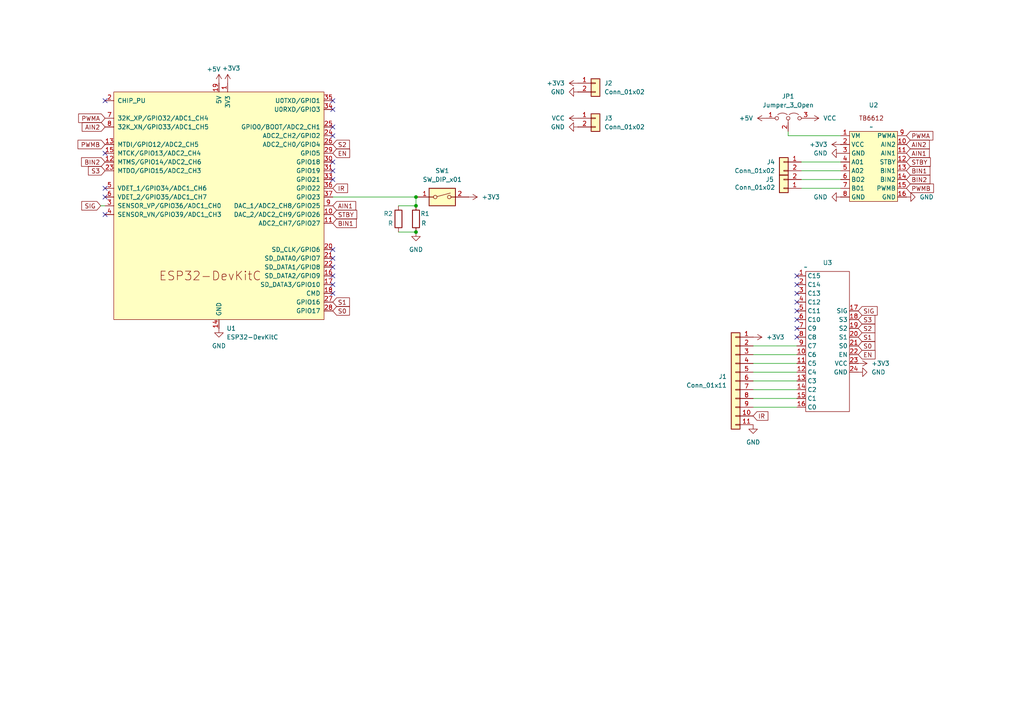
<source format=kicad_sch>
(kicad_sch (version 20231120) (generator "eeschema") (generator_version "8.0")
  (paper "A4")
  (lib_symbols
    (symbol "Connector_Generic:Conn_01x02" (pin_names (offset 1.016) hide)
      (property "Reference" "J" (at 0 2.54 0))
      (property "Value" "Conn_01x02" (at 0 -5.08 0))
      (symbol "Conn_01x02_1_1"
        (rectangle (start -1.27 -2.413) (end 0 -2.667) (stroke (width 0.1524)))
        (rectangle (start -1.27 0.127) (end 0 -0.127) (stroke (width 0.1524)))
        (rectangle (start -1.27 1.27) (end 1.27 -3.81) (stroke (width 0.254)) (fill (type background)))
        (pin passive line (at -5.08 0 0) (length 3.81) (name "Pin_1") (number "1"))
        (pin passive line (at -5.08 -2.54 0) (length 3.81) (name "Pin_2") (number "2"))
      )
    )
    (symbol "Connector_Generic:Conn_01x11" (pin_names (offset 1.016) hide)
      (property "Reference" "J" (at 0 15.24 0))
      (property "Value" "Conn_01x11" (at 0 -15.24 0))
      (symbol "Conn_01x11_1_1"
        (rectangle (start -1.27 -12.573) (end 0 -12.827) (stroke (width 0.1524)))
        (rectangle (start -1.27 -10.033) (end 0 -10.287) (stroke (width 0.1524)))
        (rectangle (start -1.27 -7.493) (end 0 -7.747) (stroke (width 0.1524)))
        (rectangle (start -1.27 -4.953) (end 0 -5.207) (stroke (width 0.1524)))
        (rectangle (start -1.27 -2.413) (end 0 -2.667) (stroke (width 0.1524)))
        (rectangle (start -1.27 0.127) (end 0 -0.127) (stroke (width 0.1524)))
        (rectangle (start -1.27 2.667) (end 0 2.413) (stroke (width 0.1524)))
        (rectangle (start -1.27 5.207) (end 0 4.953) (stroke (width 0.1524)))
        (rectangle (start -1.27 7.747) (end 0 7.493) (stroke (width 0.1524)))
        (rectangle (start -1.27 10.287) (end 0 10.033) (stroke (width 0.1524)))
        (rectangle (start -1.27 12.827) (end 0 12.573) (stroke (width 0.1524)))
        (rectangle (start -1.27 13.97) (end 1.27 -13.97) (stroke (width 0.254)) (fill (type background)))
        (pin passive line (at -5.08 12.7 0) (length 3.81) (name "Pin_1") (number "1"))
        (pin passive line (at -5.08 -10.16 0) (length 3.81) (name "Pin_10") (number "10"))
        (pin passive line (at -5.08 -12.7 0) (length 3.81) (name "Pin_11") (number "11"))
        (pin passive line (at -5.08 10.16 0) (length 3.81) (name "Pin_2") (number "2"))
        (pin passive line (at -5.08 7.62 0) (length 3.81) (name "Pin_3") (number "3"))
        (pin passive line (at -5.08 5.08 0) (length 3.81) (name "Pin_4") (number "4"))
        (pin passive line (at -5.08 2.54 0) (length 3.81) (name "Pin_5") (number "5"))
        (pin passive line (at -5.08 0 0) (length 3.81) (name "Pin_6") (number "6"))
        (pin passive line (at -5.08 -2.54 0) (length 3.81) (name "Pin_7") (number "7"))
        (pin passive line (at -5.08 -5.08 0) (length 3.81) (name "Pin_8") (number "8"))
        (pin passive line (at -5.08 -7.62 0) (length 3.81) (name "Pin_9") (number "9"))
      )
    )
    (symbol "Device:R" (pin_numbers hide) (pin_names (offset 0))
      (property "Reference" "R" (at 2.032 0 90))
      (property "Value" "R" (at 0 0 90))
      (symbol "R_0_1"
        (rectangle (start -1.016 -2.54) (end 1.016 2.54) (stroke (width 0.254)))
      )
      (symbol "R_1_1"
        (pin passive line (at 0 3.81 270) (length 1.27) (name "~") (number "1"))
        (pin passive line (at 0 -3.81 90) (length 1.27) (name "~") (number "2"))
      )
    )
    (symbol "Jumper:Jumper_3_Open" (pin_names (offset 0) hide)
      (property "Reference" "JP" (at -2.54 -2.54 0))
      (property "Value" "Jumper_3_Open" (at 0 2.794 0))
      (symbol "Jumper_3_Open_0_0"
        (circle (center -3.302 0) (radius 0.508))
        (circle (center 0 0) (radius 0.508))
        (circle (center 3.302 0) (radius 0.508))
      )
      (symbol "Jumper_3_Open_0_1"
        (arc (start -0.254 1.016) (mid -1.651 1.4992) (end -3.048 1.016))
        (polyline (pts (xy 0 -0.508) (xy 0 -1.27)))
        (arc (start 3.048 1.016) (mid 1.651 1.4992) (end 0.254 1.016))
      )
      (symbol "Jumper_3_Open_1_1"
        (pin passive line (at -6.35 0 0) (length 2.54) (name "A") (number "1"))
        (pin passive line (at 0 -3.81 90) (length 2.54) (name "C") (number "2"))
        (pin passive line (at 6.35 0 180) (length 2.54) (name "B") (number "3"))
      )
    )
    (symbol "PCM_Espressif:ESP32-DevKitC" (pin_names (offset 1.016))
      (property "Reference" "U" (at -30.48 38.1 0))
      (property "Value" "ESP32-DevKitC" (at -30.48 35.56 0))
      (symbol "ESP32-DevKitC_0_0"
        (text "ESP32-DevKitC" (at -2.54 -20.32 0) (effects (font (size 2.54 2.54))))
        (pin power_in line (at 0 -35.56 90) (length 2.54) (name "GND") (number "14"))
        (pin power_in line (at 0 35.56 270) (length 2.54) (name "5V") (number "19"))
      )
      (symbol "ESP32-DevKitC_0_1"
        (rectangle (start -30.48 33.02) (end 30.48 -33.02) (fill (type background)))
      )
      (symbol "ESP32-DevKitC_1_1"
        (pin power_in line (at 2.54 35.56 270) (length 2.54) (name "3V3") (number "1"))
        (pin bidirectional line (at 33.02 -2.54 180) (length 2.54) (name "DAC_2/ADC2_CH9/GPIO26") (number "10"))
        (pin bidirectional line (at 33.02 -5.08 180) (length 2.54) (name "ADC2_CH7/GPIO27") (number "11"))
        (pin bidirectional line (at -33.02 12.7 0) (length 2.54) (name "MTMS/GPIO14/ADC2_CH6") (number "12"))
        (pin bidirectional line (at -33.02 17.78 0) (length 2.54) (name "MTDI/GPIO12/ADC2_CH5") (number "13"))
        (pin bidirectional line (at -33.02 15.24 0) (length 2.54) (name "MTCK/GPIO13/ADC2_CH4") (number "15"))
        (pin bidirectional line (at 33.02 -20.32 180) (length 2.54) (name "SD_DATA2/GPIO9") (number "16"))
        (pin bidirectional line (at 33.02 -22.86 180) (length 2.54) (name "SD_DATA3/GPIO10") (number "17"))
        (pin bidirectional line (at 33.02 -25.4 180) (length 2.54) (name "CMD") (number "18"))
        (pin input line (at -33.02 30.48 0) (length 2.54) (name "CHIP_PU") (number "2"))
        (pin bidirectional line (at 33.02 -12.7 180) (length 2.54) (name "SD_CLK/GPIO6") (number "20"))
        (pin bidirectional line (at 33.02 -15.24 180) (length 2.54) (name "SD_DATA0/GPIO7") (number "21"))
        (pin bidirectional line (at 33.02 -17.78 180) (length 2.54) (name "SD_DATA1/GPIO8") (number "22"))
        (pin bidirectional line (at -33.02 10.16 0) (length 2.54) (name "MTDO/GPIO15/ADC2_CH3") (number "23"))
        (pin bidirectional line (at 33.02 20.32 180) (length 2.54) (name "ADC2_CH2/GPIO2") (number "24"))
        (pin bidirectional line (at 33.02 22.86 180) (length 2.54) (name "GPIO0/BOOT/ADC2_CH1") (number "25"))
        (pin bidirectional line (at 33.02 17.78 180) (length 2.54) (name "ADC2_CH0/GPIO4") (number "26"))
        (pin bidirectional line (at 33.02 -27.94 180) (length 2.54) (name "GPIO16") (number "27"))
        (pin bidirectional line (at 33.02 -30.48 180) (length 2.54) (name "GPIO17") (number "28"))
        (pin bidirectional line (at 33.02 15.24 180) (length 2.54) (name "GPIO5") (number "29"))
        (pin input line (at -33.02 0 0) (length 2.54) (name "SENSOR_VP/GPIO36/ADC1_CH0") (number "3"))
        (pin bidirectional line (at 33.02 12.7 180) (length 2.54) (name "GPIO18") (number "30"))
        (pin bidirectional line (at 33.02 10.16 180) (length 2.54) (name "GPIO19") (number "31"))
        (pin passive line (at 0 -35.56 90) (length 2.54) hide (name "GND") (number "32"))
        (pin bidirectional line (at 33.02 7.62 180) (length 2.54) (name "GPIO21") (number "33"))
        (pin bidirectional line (at 33.02 27.94 180) (length 2.54) (name "U0RXD/GPIO3") (number "34"))
        (pin bidirectional line (at 33.02 30.48 180) (length 2.54) (name "U0TXD/GPIO1") (number "35"))
        (pin bidirectional line (at 33.02 5.08 180) (length 2.54) (name "GPIO22") (number "36"))
        (pin bidirectional line (at 33.02 2.54 180) (length 2.54) (name "GPIO23") (number "37"))
        (pin passive line (at 0 -35.56 90) (length 2.54) hide (name "GND") (number "38"))
        (pin input line (at -33.02 -2.54 0) (length 2.54) (name "SENSOR_VN/GPIO39/ADC1_CH3") (number "4"))
        (pin input line (at -33.02 5.08 0) (length 2.54) (name "VDET_1/GPIO34/ADC1_CH6") (number "5"))
        (pin input line (at -33.02 2.54 0) (length 2.54) (name "VDET_2/GPIO35/ADC1_CH7") (number "6"))
        (pin bidirectional line (at -33.02 25.4 0) (length 2.54) (name "32K_XP/GPIO32/ADC1_CH4") (number "7"))
        (pin bidirectional line (at -33.02 22.86 0) (length 2.54) (name "32K_XN/GPIO33/ADC1_CH5") (number "8"))
        (pin bidirectional line (at 33.02 0 180) (length 2.54) (name "DAC_1/ADC2_CH8/GPIO25") (number "9"))
      )
    )
    (symbol "Switch:SW_DIP_x01" (pin_names (offset 0) hide)
      (property "Reference" "SW" (at 0 3.81 0))
      (property "Value" "SW_DIP_x01" (at 0 -3.81 0))
      (symbol "SW_DIP_x01_0_0"
        (circle (center -2.032 0) (radius 0.508))
        (polyline (pts (xy -1.524 0.127) (xy 2.3622 1.1684)))
        (circle (center 2.032 0) (radius 0.508))
      )
      (symbol "SW_DIP_x01_0_1"
        (rectangle (start -3.81 2.54) (end 3.81 -2.54) (stroke (width 0.254)) (fill (type background)))
      )
      (symbol "SW_DIP_x01_1_1"
        (pin passive line (at -7.62 0 0) (length 5.08) (name "~") (number "1"))
        (pin passive line (at 7.62 0 180) (length 5.08) (name "~") (number "2"))
      )
    )
    (symbol "power:+3V3" (power) (pin_numbers hide) (pin_names (offset 0) hide)
      (property "Value" "+3V3" (at 0 3.556 0))
      (symbol "+3V3_0_1"
        (polyline (pts (xy -0.762 1.27) (xy 0 2.54)))
        (polyline (pts (xy 0 0) (xy 0 2.54)))
        (polyline (pts (xy 0 2.54) (xy 0.762 1.27)))
      )
      (symbol "+3V3_1_1"
        (pin power_in line (at 0 0 90) (length 0) (name "~") (number "1"))
      )
    )
    (symbol "power:+5V" (power) (pin_numbers hide) (pin_names (offset 0) hide)
      (property "Value" "+5V" (at 0 3.556 0))
      (symbol "+5V_0_1"
        (polyline (pts (xy -0.762 1.27) (xy 0 2.54)))
        (polyline (pts (xy 0 0) (xy 0 2.54)))
        (polyline (pts (xy 0 2.54) (xy 0.762 1.27)))
      )
      (symbol "+5V_1_1"
        (pin power_in line (at 0 0 90) (length 0) (name "~") (number "1"))
      )
    )
    (symbol "power:GND" (power) (pin_numbers hide) (pin_names (offset 0) hide)
      (property "Value" "GND" (at 0 -3.81 0))
      (symbol "GND_0_1"
        (polyline (pts (xy 0 0) (xy 0 -1.27) (xy 1.27 -1.27) (xy 0 -2.54) (xy -1.27 -1.27) (xy 0 -1.27)))
      )
      (symbol "GND_1_1"
        (pin power_in line (at 0 0 270) (length 0) (name "~") (number "1"))
      )
    )
    (symbol "power:VCC" (power) (pin_numbers hide) (pin_names (offset 0) hide)
      (property "Value" "VCC" (at 0 3.556 0))
      (symbol "VCC_0_1"
        (polyline (pts (xy -0.762 1.27) (xy 0 2.54)))
        (polyline (pts (xy 0 0) (xy 0 2.54)))
        (polyline (pts (xy 0 2.54) (xy 0.762 1.27)))
      )
      (symbol "VCC_1_1"
        (pin power_in line (at 0 0 90) (length 0) (name "~") (number "1"))
      )
    )
    (symbol "wiki:CD74HC4067"
      (property "Reference" "U" (at 0 20.32 0))
      (symbol "CD74HC4067_0_1"
        (rectangle (start -6.35 19.05) (end 6.35 -21.59))
      )
      (symbol "CD74HC4067_1_0"
        (pin input line (at -8.89 17.78 0) (length 2.54) (name "C15") (number "1"))
        (pin input line (at -8.89 -5.08 0) (length 2.54) (name "C6") (number "10"))
        (pin input line (at -8.89 -7.62 0) (length 2.54) (name "C5") (number "11"))
        (pin input line (at -8.89 -10.16 0) (length 2.54) (name "C4") (number "12"))
        (pin input line (at -8.89 -12.7 0) (length 2.54) (name "C3") (number "13"))
        (pin input line (at -8.89 -15.24 0) (length 2.54) (name "C2") (number "14"))
        (pin input line (at -8.89 -17.78 0) (length 2.54) (name "C1") (number "15"))
        (pin input line (at -8.89 -20.32 0) (length 2.54) (name "C0") (number "16"))
        (pin output line (at 8.89 7.62 180) (length 2.54) (name "SIG") (number "17"))
        (pin input line (at 8.89 5.08 180) (length 2.54) (name "S3") (number "18"))
        (pin input line (at 8.89 2.54 180) (length 2.54) (name "S2") (number "19"))
        (pin input line (at -8.89 15.24 0) (length 2.54) (name "C14") (number "2"))
        (pin input line (at 8.89 0 180) (length 2.54) (name "S1") (number "20"))
        (pin input line (at 8.89 -2.54 180) (length 2.54) (name "S0") (number "21"))
        (pin input line (at 8.89 -5.08 180) (length 2.54) (name "EN") (number "22"))
        (pin power_in line (at 8.89 -7.62 180) (length 2.54) (name "VCC") (number "23"))
        (pin input line (at 8.89 -10.16 180) (length 2.54) (name "GND") (number "24"))
        (pin input line (at -8.89 12.7 0) (length 2.54) (name "C13") (number "3"))
        (pin input line (at -8.89 10.16 0) (length 2.54) (name "C12") (number "4"))
        (pin input line (at -8.89 7.62 0) (length 2.54) (name "C11") (number "5"))
        (pin input line (at -8.89 5.08 0) (length 2.54) (name "C10") (number "6"))
        (pin input line (at -8.89 2.54 0) (length 2.54) (name "C9") (number "7"))
        (pin input line (at -8.89 0 0) (length 2.54) (name "C8") (number "8"))
        (pin input line (at -8.89 -2.54 0) (length 2.54) (name "C7") (number "9"))
      )
    )
    (symbol "wiki:TB6612"
      (property "Reference" "U" (at 0 0 0))
      (symbol "TB6612_1_0"
        (pin input line (at -8.89 -2.54 0) (length 2.54) (name "VM") (number "1"))
        (pin input line (at 10.16 -5.08 180) (length 2.54) (name "AIN2") (number "10"))
        (pin input line (at 10.16 -7.62 180) (length 2.54) (name "AIN1") (number "11"))
        (pin input line (at 10.16 -10.16 180) (length 2.54) (name "STBY") (number "12"))
        (pin input line (at 10.16 -12.7 180) (length 2.54) (name "BIN1") (number "13"))
        (pin input line (at 10.16 -15.24 180) (length 2.54) (name "BIN2") (number "14"))
        (pin input line (at 10.16 -17.78 180) (length 2.54) (name "PWMB") (number "15"))
        (pin input line (at 10.16 -20.32 180) (length 2.54) (name "GND") (number "16"))
        (pin input line (at -8.89 -5.08 0) (length 2.54) (name "VCC") (number "2"))
        (pin input line (at -8.89 -7.62 0) (length 2.54) (name "GND") (number "3"))
        (pin output line (at -8.89 -10.16 0) (length 2.54) (name "A01") (number "4"))
        (pin output line (at -8.89 -12.7 0) (length 2.54) (name "A02") (number "5"))
        (pin output line (at -8.89 -15.24 0) (length 2.54) (name "BO2") (number "6"))
        (pin output line (at -8.89 -17.78 0) (length 2.54) (name "B01") (number "7"))
        (pin input line (at -8.89 -20.32 0) (length 2.54) (name "GND") (number "8"))
        (pin input line (at 10.16 -2.54 180) (length 2.54) (name "PWMA") (number "9"))
      )
      (symbol "TB6612_1_1"
        (rectangle (start -6.35 -1.27) (end 7.62 -21.59) (fill (type background)))
        (text "TB6612" (at 0 2.54 0) (effects (font (size 1.27 1.27))))
      )
    )
  )
  (junction (at 120.65 57.15))
  (junction (at 120.65 67.31))
  (junction (at 120.65 59.69))
  (no_connect (at 96.52 46.99))
  (no_connect (at 96.52 31.75))
  (no_connect (at 96.52 85.09))
  (no_connect (at 96.52 52.07))
  (no_connect (at 231.14 85.09))
  (no_connect (at 231.14 95.25))
  (no_connect (at 96.52 77.47))
  (no_connect (at 231.14 87.63))
  (no_connect (at 30.48 54.61))
  (no_connect (at 231.14 90.17))
  (no_connect (at 96.52 39.37))
  (no_connect (at 96.52 82.55))
  (no_connect (at 231.14 97.79))
  (no_connect (at 30.48 62.23))
  (no_connect (at 96.52 72.39))
  (no_connect (at 30.48 44.45))
  (no_connect (at 96.52 80.01))
  (no_connect (at 30.48 29.21))
  (no_connect (at 231.14 92.71))
  (no_connect (at 96.52 49.53))
  (no_connect (at 96.52 36.83))
  (no_connect (at 231.14 80.01))
  (no_connect (at 231.14 82.55))
  (no_connect (at 96.52 74.93))
  (no_connect (at 30.48 57.15))
  (no_connect (at 96.52 29.21))
  (wire (pts (xy 218.44 110.49) (xy 231.14 110.49)))
  (wire (pts (xy 218.44 118.11) (xy 231.14 118.11)))
  (wire (pts (xy 232.41 46.99) (xy 243.84 46.99)))
  (wire (pts (xy 218.44 102.87) (xy 231.14 102.87)))
  (wire (pts (xy 243.84 39.37) (xy 228.6 39.37)))
  (wire (pts (xy 120.65 57.15) (xy 120.65 59.69)))
  (wire (pts (xy 29.21 59.69) (xy 30.48 59.69)))
  (wire (pts (xy 218.44 100.33) (xy 231.14 100.33)))
  (wire (pts (xy 228.6 39.37) (xy 228.6 38.1)))
  (wire (pts (xy 115.57 67.31) (xy 120.65 67.31)))
  (wire (pts (xy 218.44 105.41) (xy 231.14 105.41)))
  (wire (pts (xy 232.41 49.53) (xy 243.84 49.53)))
  (wire (pts (xy 218.44 107.95) (xy 231.14 107.95)))
  (wire (pts (xy 232.41 54.61) (xy 243.84 54.61)))
  (wire (pts (xy 96.52 57.15) (xy 120.65 57.15)))
  (wire (pts (xy 218.44 115.57) (xy 231.14 115.57)))
  (wire (pts (xy 115.57 59.69) (xy 120.65 59.69)))
  (wire (pts (xy 232.41 52.07) (xy 243.84 52.07)))
  (wire (pts (xy 218.44 113.03) (xy 231.14 113.03)))
  (global_label "PWMB" (shape input) (at 30.48 41.91 180) (property "Intersheetrefs" "${INTERSHEET_REFS}" (effects (hide yes))))
  (global_label "IR" (shape input) (at 218.44 120.65 0) (property "Intersheetrefs" "${INTERSHEET_REFS}" (effects (hide yes))))
  (global_label "S3" (shape input) (at 30.48 49.53 180) (property "Intersheetrefs" "${INTERSHEET_REFS}" (effects (hide yes))))
  (global_label "AIN1" (shape input) (at 262.89 44.45 0) (property "Intersheetrefs" "${INTERSHEET_REFS}" (effects (hide yes))))
  (global_label "BIN2" (shape input) (at 30.48 46.99 180) (property "Intersheetrefs" "${INTERSHEET_REFS}" (effects (hide yes))))
  (global_label "S1" (shape input) (at 248.92 97.79 0) (property "Intersheetrefs" "${INTERSHEET_REFS}" (effects (hide yes))))
  (global_label "EN" (shape input) (at 96.52 44.45 0) (property "Intersheetrefs" "${INTERSHEET_REFS}" (effects (hide yes))))
  (global_label "IR" (shape input) (at 96.52 54.61 0) (property "Intersheetrefs" "${INTERSHEET_REFS}" (effects (hide yes))))
  (global_label "S0" (shape input) (at 96.52 90.17 0) (property "Intersheetrefs" "${INTERSHEET_REFS}" (effects (hide yes))))
  (global_label "BIN1" (shape input) (at 96.52 64.77 0) (property "Intersheetrefs" "${INTERSHEET_REFS}" (effects (hide yes))))
  (global_label "AIN2" (shape input) (at 262.89 41.91 0) (property "Intersheetrefs" "${INTERSHEET_REFS}" (effects (hide yes))))
  (global_label "SIG" (shape input) (at 29.21 59.69 180) (property "Intersheetrefs" "${INTERSHEET_REFS}" (effects (hide yes))))
  (global_label "STBY" (shape input) (at 262.89 46.99 0) (property "Intersheetrefs" "${INTERSHEET_REFS}" (effects (hide yes))))
  (global_label "SIG" (shape input) (at 248.92 90.17 0) (property "Intersheetrefs" "${INTERSHEET_REFS}" (effects (hide yes))))
  (global_label "BIN2" (shape input) (at 262.89 52.07 0) (property "Intersheetrefs" "${INTERSHEET_REFS}" (effects (hide yes))))
  (global_label "PWMA" (shape input) (at 30.48 34.29 180) (property "Intersheetrefs" "${INTERSHEET_REFS}" (effects (hide yes))))
  (global_label "AIN2" (shape input) (at 30.48 36.83 180) (property "Intersheetrefs" "${INTERSHEET_REFS}" (effects (hide yes))))
  (global_label "S1" (shape input) (at 96.52 87.63 0) (property "Intersheetrefs" "${INTERSHEET_REFS}" (effects (hide yes))))
  (global_label "S3" (shape input) (at 248.92 92.71 0) (property "Intersheetrefs" "${INTERSHEET_REFS}" (effects (hide yes))))
  (global_label "AIN1" (shape input) (at 96.52 59.69 0) (property "Intersheetrefs" "${INTERSHEET_REFS}" (effects (hide yes))))
  (global_label "PWMB" (shape input) (at 262.89 54.61 0) (property "Intersheetrefs" "${INTERSHEET_REFS}" (effects (hide yes))))
  (global_label "S2" (shape input) (at 248.92 95.25 0) (property "Intersheetrefs" "${INTERSHEET_REFS}" (effects (hide yes))))
  (global_label "S0" (shape input) (at 248.92 100.33 0) (property "Intersheetrefs" "${INTERSHEET_REFS}" (effects (hide yes))))
  (global_label "BIN1" (shape input) (at 262.89 49.53 0) (property "Intersheetrefs" "${INTERSHEET_REFS}" (effects (hide yes))))
  (global_label "S2" (shape input) (at 96.52 41.91 0) (property "Intersheetrefs" "${INTERSHEET_REFS}" (effects (hide yes))))
  (global_label "PWMA" (shape input) (at 262.89 39.37 0) (property "Intersheetrefs" "${INTERSHEET_REFS}" (effects (hide yes))))
  (global_label "STBY" (shape input) (at 96.52 62.23 0) (property "Intersheetrefs" "${INTERSHEET_REFS}" (effects (hide yes))))
  (global_label "EN" (shape input) (at 248.92 102.87 0) (property "Intersheetrefs" "${INTERSHEET_REFS}" (effects (hide yes))))
  (symbol (lib_id "power:+3V3") (at 243.84 41.91 90) (unit 1)
    (property "Reference" "#PWR02" (effects (hide yes)))
    (property "Value" "+3V3" (at 240.03 41.9099 90) (effects (justify left)))
    (property "Description" "Power symbol creates a global label with name \"+3V3\"" (effects (hide yes)))
  )
  (symbol (lib_id "power:GND") (at 167.64 26.67 270) (unit 1)
    (property "Reference" "#PWR015" (effects (hide yes)))
    (property "Value" "GND" (at 163.83 26.6699 90) (effects (justify right)))
    (property "Description" "Power symbol creates a global label with name \"GND\" , ground" (effects (hide yes)))
  )
  (symbol (lib_id "power:GND") (at 248.92 107.95 90) (unit 1)
    (property "Reference" "#PWR08" (effects (hide yes)))
    (property "Value" "GND" (at 252.73 107.9499 90) (effects (justify right)))
    (property "Description" "Power symbol creates a global label with name \"GND\" , ground" (effects (hide yes)))
  )
  (symbol (lib_id "power:GND") (at 63.5 95.25 0) (unit 1)
    (property "Reference" "#PWR04" (effects (hide yes)))
    (property "Value" "GND" (at 63.5 100.33 0))
    (property "Description" "Power symbol creates a global label with name \"GND\" , ground" (effects (hide yes)))
  )
  (symbol (lib_id "Connector_Generic:Conn_01x02") (at 227.33 54.61 180) (unit 1)
    (property "Reference" "J5" (at 223.266 52.07 0))
    (property "Value" "Conn_01x02" (at 218.948 54.356 0))
    (property "Footprint" "Connector_JST:JST_PH_B2B-PH-K_1x02_P2.00mm_Vertical" (effects (hide yes)))
    (property "Description" "Generic connector, single row, 01x02, script generated (kicad-library-utils/schlib/autogen/connector/)" (effects (hide yes)))
  )
  (symbol (lib_id "power:+3V3") (at 66.04 24.13 0) (unit 1)
    (property "Reference" "#PWR01" (effects (hide yes)))
    (property "Value" "+3V3" (at 67.056 19.812 0))
    (property "Description" "Power symbol creates a global label with name \"+3V3\"" (effects (hide yes)))
  )
  (symbol (lib_id "power:GND") (at 262.89 57.15 90) (unit 1)
    (property "Reference" "#PWR07" (effects (hide yes)))
    (property "Value" "GND" (at 266.7 57.1499 90) (effects (justify right)))
    (property "Description" "Power symbol creates a global label with name \"GND\" , ground" (effects (hide yes)))
  )
  (symbol (lib_id "wiki:CD74HC4067") (at 240.03 97.79 0) (unit 1)
    (property "Reference" "U3" (at 240.03 76.2 0))
    (property "Value" "~" (at 233.68 77.47 0))
    (property "Footprint" "wiki:CD74HC4067" (effects (hide yes)))
  )
  (symbol (lib_id "Connector_Generic:Conn_01x11") (at 213.36 110.49 0) (mirror y) (unit 1)
    (property "Reference" "J1" (at 210.82 109.2199 0) (effects (justify left)))
    (property "Value" "Conn_01x11" (at 210.82 111.7599 0) (effects (justify left)))
    (property "Footprint" "Connector_PinHeader_2.54mm:PinHeader_1x11_P2.54mm_Vertical" (effects (hide yes)))
    (property "Description" "Generic connector, single row, 01x11, script generated (kicad-library-utils/schlib/autogen/connector/)" (effects (hide yes)))
  )
  (symbol (lib_id "power:VCC") (at 234.95 34.29 270) (unit 1)
    (property "Reference" "#PWR020" (effects (hide yes)))
    (property "Value" "VCC" (at 238.76 34.2899 90) (effects (justify left)))
    (property "Description" "Power symbol creates a global label with name \"VCC\"" (effects (hide yes)))
  )
  (symbol (lib_id "PCM_Espressif:ESP32-DevKitC") (at 63.5 59.69 0) (unit 1)
    (property "Reference" "U1" (at 65.6941 95.25 0) (effects (justify left)))
    (property "Value" "ESP32-DevKitC" (at 65.6941 97.79 0) (effects (justify left)))
    (property "Footprint" "PCM_Espressif:ESP32-DevKitC" (effects (hide yes)))
    (property "Datasheet" "https://docs.espressif.com/projects/esp-idf/zh_CN/latest/esp32/hw-reference/esp32/get-started-devkitc.html" (effects (hide yes)))
  )
  (symbol (lib_id "power:GND") (at 120.65 67.31 0) (unit 1)
    (property "Reference" "#PWR014" (effects (hide yes)))
    (property "Value" "GND" (at 120.65 72.39 0))
    (property "Description" "Power symbol creates a global label with name \"GND\" , ground" (effects (hide yes)))
  )
  (symbol (lib_id "power:+3V3") (at 218.44 97.79 270) (unit 1)
    (property "Reference" "#PWR011" (effects (hide yes)))
    (property "Value" "+3V3" (at 222.25 97.7899 90) (effects (justify left)))
    (property "Description" "Power symbol creates a global label with name \"+3V3\"" (effects (hide yes)))
  )
  (symbol (lib_id "power:+3V3") (at 135.89 57.15 270) (unit 1)
    (property "Reference" "#PWR013" (effects (hide yes)))
    (property "Value" "+3V3" (at 139.7 57.1499 90) (effects (justify left)))
    (property "Description" "Power symbol creates a global label with name \"+3V3\"" (effects (hide yes)))
  )
  (symbol (lib_id "Device:R") (at 115.57 63.5 0) (unit 1)
    (property "Reference" "R2" (at 111.252 61.976 0) (effects (justify left)))
    (property "Value" "R" (at 112.522 64.77 0) (effects (justify left)))
    (property "Footprint" "Resistor_SMD:R_0805_2012Metric_Pad1.20x1.40mm_HandSolder" (effects (hide yes)))
    (property "Description" "Resistor" (effects (hide yes)))
  )
  (symbol (lib_id "power:GND") (at 243.84 44.45 270) (unit 1)
    (property "Reference" "#PWR06" (effects (hide yes)))
    (property "Value" "GND" (at 240.03 44.4499 90) (effects (justify right)))
    (property "Description" "Power symbol creates a global label with name \"GND\" , ground" (effects (hide yes)))
  )
  (symbol (lib_id "Connector_Generic:Conn_01x02") (at 227.33 46.99 0) (mirror y) (unit 1)
    (property "Reference" "J4" (at 224.79 46.9899 0) (effects (justify left)))
    (property "Value" "Conn_01x02" (at 224.79 49.5299 0) (effects (justify left)))
    (property "Footprint" "Connector_JST:JST_PH_B2B-PH-K_1x02_P2.00mm_Vertical" (effects (hide yes)))
    (property "Description" "Generic connector, single row, 01x02, script generated (kicad-library-utils/schlib/autogen/connector/)" (effects (hide yes)))
  )
  (symbol (lib_id "power:GND") (at 218.44 123.19 0) (unit 1)
    (property "Reference" "#PWR012" (effects (hide yes)))
    (property "Value" "GND" (at 218.44 128.27 0))
    (property "Description" "Power symbol creates a global label with name \"GND\" , ground" (effects (hide yes)))
  )
  (symbol (lib_id "power:+5V") (at 63.5 24.13 0) (unit 1)
    (property "Reference" "#PWR09" (effects (hide yes)))
    (property "Value" "+5V" (at 61.976 20.066 0))
    (property "Description" "Power symbol creates a global label with name \"+5V\"" (effects (hide yes)))
  )
  (symbol (lib_id "power:GND") (at 243.84 57.15 270) (unit 1)
    (property "Reference" "#PWR05" (effects (hide yes)))
    (property "Value" "GND" (at 240.03 57.1499 90) (effects (justify right)))
    (property "Description" "Power symbol creates a global label with name \"GND\" , ground" (effects (hide yes)))
  )
  (symbol (lib_id "power:VCC") (at 167.64 34.29 90) (unit 1)
    (property "Reference" "#PWR018" (effects (hide yes)))
    (property "Value" "VCC" (at 163.83 34.2899 90) (effects (justify left)))
    (property "Description" "Power symbol creates a global label with name \"VCC\"" (effects (hide yes)))
  )
  (symbol (lib_id "power:+5V") (at 222.25 34.29 90) (unit 1)
    (property "Reference" "#PWR010" (effects (hide yes)))
    (property "Value" "+5V" (at 218.44 34.2899 90) (effects (justify left)))
    (property "Description" "Power symbol creates a global label with name \"+5V\"" (effects (hide yes)))
  )
  (symbol (lib_id "Connector_Generic:Conn_01x02") (at 172.72 34.29 0) (unit 1)
    (property "Reference" "J3" (at 175.26 34.2899 0) (effects (justify left)))
    (property "Value" "Conn_01x02" (at 175.26 36.8299 0) (effects (justify left)))
    (property "Footprint" "Connector_JST:JST_PH_B2B-PH-K_1x02_P2.00mm_Vertical" (effects (hide yes)))
    (property "Description" "Generic connector, single row, 01x02, script generated (kicad-library-utils/schlib/autogen/connector/)" (effects (hide yes)))
  )
  (symbol (lib_id "Jumper:Jumper_3_Open") (at 228.6 34.29 0) (unit 1)
    (property "Reference" "JP1" (at 228.6 27.94 0))
    (property "Value" "Jumper_3_Open" (at 228.6 30.48 0))
    (property "Footprint" "Connector_PinHeader_2.54mm:PinHeader_1x03_P2.54mm_Vertical" (effects (hide yes)))
    (property "Description" "Jumper, 3-pole, both open" (effects (hide yes)))
  )
  (symbol (lib_id "wiki:TB6612") (at 252.73 36.83 0) (unit 1)
    (property "Reference" "U2" (at 253.365 30.48 0))
    (property "Value" "~" (at 252.73 36.83 0))
    (property "Footprint" "wiki:TB6612" (effects (hide yes)))
  )
  (symbol (lib_id "Device:R") (at 120.65 63.5 0) (unit 1)
    (property "Reference" "R1" (at 121.92 61.976 0) (effects (justify left)))
    (property "Value" "R" (at 122.174 64.77 0) (effects (justify left)))
    (property "Footprint" "Resistor_THT:R_Axial_DIN0207_L6.3mm_D2.5mm_P10.16mm_Horizontal" (effects (hide yes)))
    (property "Description" "Resistor" (effects (hide yes)))
  )
  (symbol (lib_id "Switch:SW_DIP_x01") (at 128.27 57.15 0) (unit 1)
    (property "Reference" "SW1" (at 128.27 49.53 0))
    (property "Value" "SW_DIP_x01" (at 128.27 52.07 0))
    (property "Footprint" "Button_Switch_THT:SW_PUSH_6mm_H5mm" (effects (hide yes)))
    (property "Description" "1x DIP Switch, Single Pole Single Throw (SPST) switch, small symbol" (effects (hide yes)))
  )
  (symbol (lib_id "power:+3V3") (at 248.92 105.41 270) (unit 1)
    (property "Reference" "#PWR03" (effects (hide yes)))
    (property "Value" "+3V3" (at 252.73 105.4099 90) (effects (justify left)))
    (property "Description" "Power symbol creates a global label with name \"+3V3\"" (effects (hide yes)))
  )
  (symbol (lib_id "power:+3V3") (at 167.64 24.13 90) (unit 1)
    (property "Reference" "#PWR017" (effects (hide yes)))
    (property "Value" "+3V3" (at 163.83 24.1299 90) (effects (justify left)))
    (property "Description" "Power symbol creates a global label with name \"+3V3\"" (effects (hide yes)))
  )
  (symbol (lib_id "power:GND") (at 167.64 36.83 270) (unit 1)
    (property "Reference" "#PWR016" (effects (hide yes)))
    (property "Value" "GND" (at 163.83 36.8299 90) (effects (justify right)))
    (property "Description" "Power symbol creates a global label with name \"GND\" , ground" (effects (hide yes)))
  )
  (symbol (lib_id "Connector_Generic:Conn_01x02") (at 172.72 24.13 0) (unit 1)
    (property "Reference" "J2" (at 175.26 24.1299 0) (effects (justify left)))
    (property "Value" "Conn_01x02" (at 175.26 26.6699 0) (effects (justify left)))
    (property "Footprint" "Connector_JST:JST_PH_B2B-PH-K_1x02_P2.00mm_Vertical" (effects (hide yes)))
    (property "Description" "Generic connector, single row, 01x02, script generated (kicad-library-utils/schlib/autogen/connector/)" (effects (hide yes)))
  )
)
</source>
